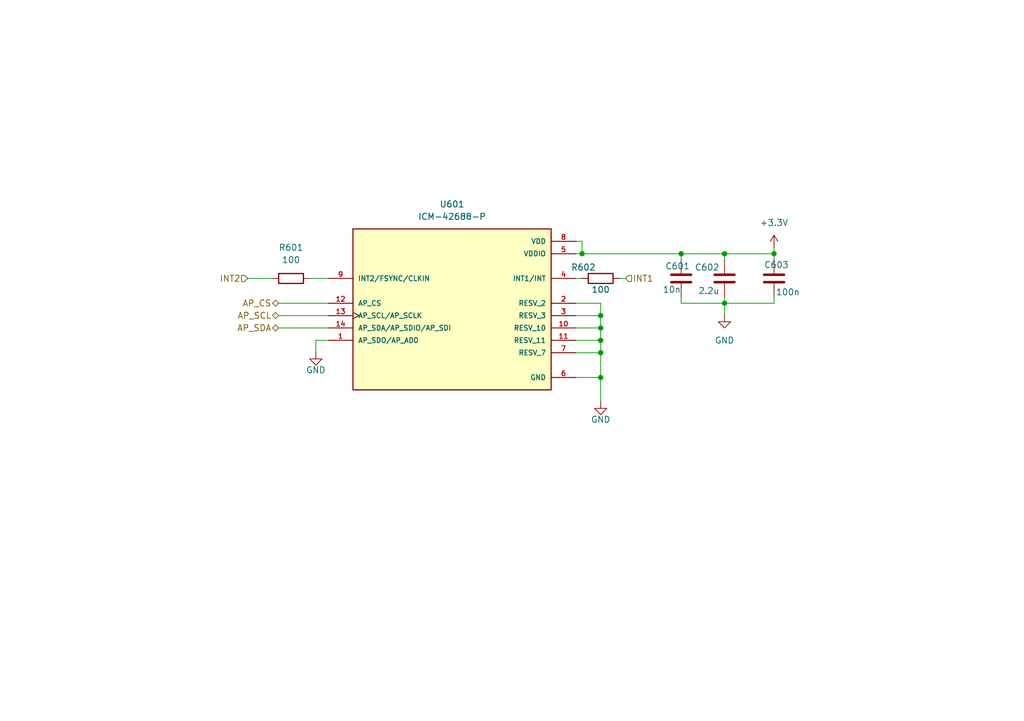
<source format=kicad_sch>
(kicad_sch (version 20250114) (generator "eeschema") (generator_version "9.0")
  (paper "A5")
  (lib_symbols
    (symbol "Device:C" (pin_numbers (hide yes)) (pin_names (offset 0.254))
      (property "Reference" "C" (at 0.635 2.54 0))
      (property "Value" "C" (at 0.635 -2.54 0))
      (symbol "C_0_1"
        (polyline (pts (xy -2.032 0.762) (xy 2.032 0.762)) (stroke (width 0.508)))
        (polyline (pts (xy -2.032 -0.762) (xy 2.032 -0.762)) (stroke (width 0.508)))
      )
      (symbol "C_1_1"
        (pin passive line (at 0 3.81 270) (length 2.794) (name "~") (number "1"))
        (pin passive line (at 0 -3.81 90) (length 2.794) (name "~") (number "2"))
      )
    )
    (symbol "Device:R" (pin_numbers (hide yes)) (pin_names (offset 0))
      (property "Reference" "R" (at 2.032 0 90))
      (property "Value" "R" (at 0 0 90))
      (symbol "R_0_1"
        (rectangle (start -1.016 -2.54) (end 1.016 2.54) (stroke (width 0.254)))
      )
      (symbol "R_1_1"
        (pin passive line (at 0 3.81 270) (length 1.27) (name "~") (number "1"))
        (pin passive line (at 0 -3.81 90) (length 1.27) (name "~") (number "2"))
      )
    )
    (symbol "ICM-42688-P:ICM-42688-P" (pin_names (offset 1.016))
      (property "Reference" "U" (at -20.32 16.002 0))
      (property "Value" "ICM-42688-P" (at -20.32 -20.32 0))
      (symbol "ICM-42688-P_0_0"
        (rectangle (start -20.32 -17.78) (end 20.32 15.24) (stroke (width 0.254)) (fill (type background)))
        (pin bidirectional line (at -25.4 5.08 0) (length 5.08) (name "INT2/FSYNC/CLKIN") (number "9"))
        (pin input line (at -25.4 0 0) (length 5.08) (name "AP_CS") (number "12"))
        (pin input clock (at -25.4 -2.54 0) (length 5.08) (name "AP_SCL/AP_SCLK") (number "13"))
        (pin bidirectional line (at -25.4 -5.08 0) (length 5.08) (name "AP_SDA/AP_SDIO/AP_SDI") (number "14"))
        (pin bidirectional line (at -25.4 -7.62 0) (length 5.08) (name "AP_SDO/AP_AD0") (number "1"))
        (pin power_in line (at 25.4 12.7 180) (length 5.08) (name "VDD") (number "8"))
        (pin power_in line (at 25.4 10.16 180) (length 5.08) (name "VDDIO") (number "5"))
        (pin output line (at 25.4 5.08 180) (length 5.08) (name "INT1/INT") (number "4"))
        (pin passive line (at 25.4 0 180) (length 5.08) (name "RESV_2") (number "2"))
        (pin passive line (at 25.4 -2.54 180) (length 5.08) (name "RESV_3") (number "3"))
        (pin passive line (at 25.4 -5.08 180) (length 5.08) (name "RESV_10") (number "10"))
        (pin passive line (at 25.4 -7.62 180) (length 5.08) (name "RESV_11") (number "11"))
        (pin passive line (at 25.4 -10.16 180) (length 5.08) (name "RESV_7") (number "7"))
        (pin power_in line (at 25.4 -15.24 180) (length 5.08) (name "GND") (number "6"))
      )
    )
    (symbol "power:+3.3V" (power) (pin_numbers (hide yes)) (pin_names (offset 0) (hide yes))
      (property "Value" "+3.3V" (at 0 3.556 0))
      (symbol "+3.3V_0_1"
        (polyline (pts (xy -0.762 1.27) (xy 0 2.54)))
        (polyline (pts (xy 0 2.54) (xy 0.762 1.27)))
        (polyline (pts (xy 0 0) (xy 0 2.54)))
      )
      (symbol "+3.3V_1_1"
        (pin power_in line (at 0 0 90) (length 0) (name "~") (number "1"))
      )
    )
    (symbol "power:GND" (power) (pin_numbers (hide yes)) (pin_names (offset 0) (hide yes))
      (property "Value" "GND" (at 0 -3.81 0))
      (symbol "GND_0_1"
        (polyline (pts (xy 0 0) (xy 0 -1.27) (xy 1.27 -1.27) (xy 0 -2.54) (xy -1.27 -1.27) (xy 0 -1.27)))
      )
      (symbol "GND_1_1"
        (pin power_in line (at 0 0 270) (length 0) (name "~") (number "1"))
      )
    )
  )
  (junction (at 123.19 77.47))
  (junction (at 123.19 64.77))
  (junction (at 123.19 72.39))
  (junction (at 148.59 52.07))
  (junction (at 158.75 52.07))
  (junction (at 123.19 67.31))
  (junction (at 119.38 52.07))
  (junction (at 123.19 69.85))
  (junction (at 148.59 62.23))
  (junction (at 139.7 52.07))
  (wire (pts (xy 64.77 69.85) (xy 64.77 72.39)))
  (wire (pts (xy 123.19 67.31) (xy 123.19 69.85)))
  (wire (pts (xy 64.77 69.85) (xy 67.31 69.85)))
  (wire (pts (xy 63.5 57.15) (xy 67.31 57.15)))
  (wire (pts (xy 57.15 67.31) (xy 67.31 67.31)))
  (wire (pts (xy 118.11 67.31) (xy 123.19 67.31)))
  (wire (pts (xy 158.75 60.96) (xy 158.75 62.23)))
  (wire (pts (xy 57.15 62.23) (xy 67.31 62.23)))
  (wire (pts (xy 118.11 77.47) (xy 123.19 77.47)))
  (wire (pts (xy 118.11 64.77) (xy 123.19 64.77)))
  (wire (pts (xy 50.8 57.15) (xy 55.88 57.15)))
  (wire (pts (xy 123.19 62.23) (xy 123.19 64.77)))
  (wire (pts (xy 139.7 62.23) (xy 148.59 62.23)))
  (wire (pts (xy 119.38 49.53) (xy 119.38 52.07)))
  (wire (pts (xy 148.59 52.07) (xy 158.75 52.07)))
  (wire (pts (xy 158.75 50.8) (xy 158.75 52.07)))
  (wire (pts (xy 57.15 64.77) (xy 67.31 64.77)))
  (wire (pts (xy 139.7 52.07) (xy 148.59 52.07)))
  (wire (pts (xy 118.11 62.23) (xy 123.19 62.23)))
  (wire (pts (xy 123.19 77.47) (xy 123.19 72.39)))
  (wire (pts (xy 148.59 52.07) (xy 148.59 53.34)))
  (wire (pts (xy 148.59 62.23) (xy 158.75 62.23)))
  (wire (pts (xy 123.19 64.77) (xy 123.19 67.31)))
  (wire (pts (xy 118.11 49.53) (xy 119.38 49.53)))
  (wire (pts (xy 118.11 52.07) (xy 119.38 52.07)))
  (wire (pts (xy 119.38 52.07) (xy 139.7 52.07)))
  (wire (pts (xy 128.27 57.15) (xy 127 57.15)))
  (wire (pts (xy 123.19 82.55) (xy 123.19 77.47)))
  (wire (pts (xy 139.7 52.07) (xy 139.7 53.34)))
  (wire (pts (xy 158.75 53.34) (xy 158.75 52.07)))
  (wire (pts (xy 148.59 64.77) (xy 148.59 62.23)))
  (wire (pts (xy 123.19 72.39) (xy 123.19 69.85)))
  (wire (pts (xy 118.11 57.15) (xy 119.38 57.15)))
  (wire (pts (xy 139.7 60.96) (xy 139.7 62.23)))
  (wire (pts (xy 118.11 72.39) (xy 123.19 72.39)))
  (wire (pts (xy 148.59 62.23) (xy 148.59 60.96)))
  (wire (pts (xy 123.19 69.85) (xy 118.11 69.85)))
  (hierarchical_label "AP_CS" (shape bidirectional) (at 57.15 62.23 180))
  (hierarchical_label "INT1" (shape input) (at 128.27 57.15 0))
  (hierarchical_label "AP_SDA" (shape bidirectional) (at 57.15 67.31 180))
  (hierarchical_label "AP_SCL" (shape bidirectional) (at 57.15 64.77 180))
  (hierarchical_label "INT2" (shape input) (at 50.8 57.15 180))
  (symbol (lib_id "Device:C") (at 139.7 57.15 0) (unit 1)
    (property "Reference" "C601" (at 136.398 54.61 0) (effects (justify left)))
    (property "Value" "10n" (at 135.89 59.436 0) (effects (justify left)))
    (property "Footprint" "Capacitor_SMD:C_0805_2012Metric_Pad1.18x1.45mm_HandSolder" (effects (hide yes)))
    (property "Description" "Unpolarized capacitor" (effects (hide yes)))
  )
  (symbol (lib_id "Device:R") (at 59.69 57.15 90) (unit 1)
    (property "Reference" "R601" (at 59.69 50.8 90))
    (property "Value" "100" (at 59.69 53.34 90))
    (property "Footprint" "Resistor_SMD:R_0603_1608Metric_Pad0.98x0.95mm_HandSolder" (effects (hide yes)))
    (property "Description" "Resistor" (effects (hide yes)))
  )
  (symbol (lib_id "Device:C") (at 148.59 57.15 180) (unit 1)
    (property "Reference" "C602" (at 147.574 54.864 0) (effects (justify left)))
    (property "Value" "2.2u" (at 147.574 59.69 0) (effects (justify left)))
    (property "Footprint" "Capacitor_SMD:C_0805_2012Metric_Pad1.18x1.45mm_HandSolder" (effects (hide yes)))
    (property "Description" "Unpolarized capacitor" (effects (hide yes)))
  )
  (symbol (lib_id "Device:R") (at 123.19 57.15 90) (unit 1)
    (property "Reference" "R602" (at 119.634 54.864 90))
    (property "Value" "100" (at 123.19 59.436 90))
    (property "Footprint" "Resistor_SMD:R_0603_1608Metric_Pad0.98x0.95mm_HandSolder" (effects (hide yes)))
    (property "Description" "Resistor" (effects (hide yes)))
  )
  (symbol (lib_id "ICM-42688-P:ICM-42688-P") (at 92.71 62.23 0) (unit 1)
    (property "Reference" "U601" (at 92.71 41.91 0))
    (property "Value" "ICM-42688-P" (at 92.71 44.45 0))
    (property "Footprint" "ICM-42688-P:PQFN50P300X250X97-14N" (effects (hide yes)))
    (property "Datasheet" "https://invensense.tdk.com/wp-content/uploads/2020/04/ds-000347_icm-42688-p-datasheet.pdf" (effects (hide yes)))
    (property "MF" "TDK InvenSense" (effects (hide yes)))
    (property "MAXIMUM_PACKAGE_HEIGHT" "0.97mm" (effects (hide yes)))
    (property "Package" "LGA-14 TDK InvenSense" (effects (hide yes)))
    (property "Price" "None" (effects (hide yes)))
    (property "Check_prices" "https://www.snapeda.com/parts/ICM-42688-P/TDK/view-part/?ref=eda" (effects (hide yes)))
    (property "STANDARD" "IPC-7351B" (effects (hide yes)))
    (property "PARTREV" "1.2" (effects (hide yes)))
    (property "SnapEDA_Link" "https://www.snapeda.com/parts/ICM-42688-P/TDK/view-part/?ref=snap" (effects (hide yes)))
    (property "MP" "ICM-42688-P" (effects (hide yes)))
    (property "Description_1" "Accelerometer, Gyroscope, 6 Axis Sensor - Output" (effects (hide yes)))
    (property "Availability" "In Stock" (effects (hide yes)))
    (property "MANUFACTURER" "TDK InvenSense" (effects (hide yes)))
  )
  (symbol (lib_id "Device:C") (at 158.75 57.15 180) (unit 1)
    (property "Reference" "C603" (at 161.798 54.356 0) (effects (justify left)))
    (property "Value" "100n" (at 164.084 59.944 0) (effects (justify left)))
    (property "Footprint" "Capacitor_SMD:C_0805_2012Metric_Pad1.18x1.45mm_HandSolder" (effects (hide yes)))
    (property "Description" "Unpolarized capacitor" (effects (hide yes)))
  )
  (symbol (lib_id "power:+3.3V") (at 158.75 50.8 0) (unit 1)
    (property "Reference" "#PWR0604" (effects (hide yes)))
    (property "Value" "+3.3V" (at 158.75 45.72 0))
    (property "Description" "Power symbol creates a global label with name \"+3.3V\"" (effects (hide yes)))
  )
  (symbol (lib_id "power:GND") (at 64.77 72.39 0) (unit 1)
    (property "Reference" "#PWR0601" (effects (hide yes)))
    (property "Value" "GND" (at 64.77 75.946 0))
    (property "Description" "Power symbol creates a global label with name \"GND\" , ground" (effects (hide yes)))
  )
  (symbol (lib_id "power:GND") (at 123.19 82.55 0) (unit 1)
    (property "Reference" "#PWR0602" (effects (hide yes)))
    (property "Value" "GND" (at 123.19 86.106 0))
    (property "Description" "Power symbol creates a global label with name \"GND\" , ground" (effects (hide yes)))
  )
  (symbol (lib_id "power:GND") (at 148.59 64.77 0) (unit 1)
    (property "Reference" "#PWR0603" (effects (hide yes)))
    (property "Value" "GND" (at 148.59 69.85 0))
    (property "Description" "Power symbol creates a global label with name \"GND\" , ground" (effects (hide yes)))
  )
)
</source>
